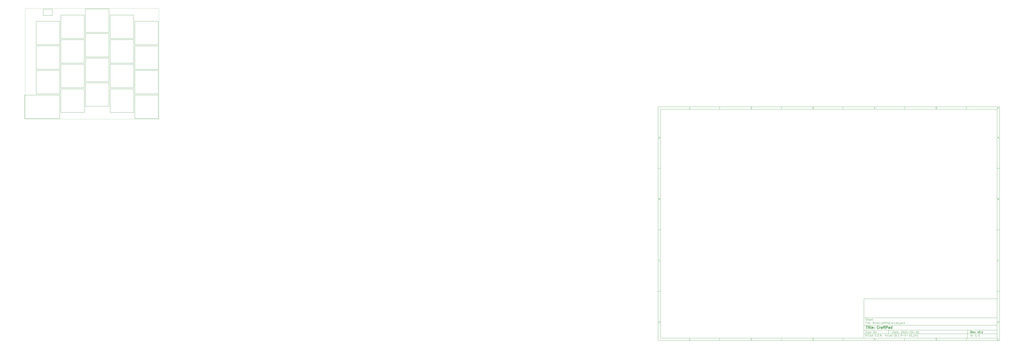
<source format=gbr>
%TF.GenerationSoftware,KiCad,Pcbnew,(5.1.9-0-10_14)*%
%TF.CreationDate,2021-04-02T00:26:10+08:00*%
%TF.ProjectId,MinecraftPad,4d696e65-6372-4616-9674-5061642e6b69,v0.1*%
%TF.SameCoordinates,Original*%
%TF.FileFunction,OtherDrawing,Comment*%
%FSLAX46Y46*%
G04 Gerber Fmt 4.6, Leading zero omitted, Abs format (unit mm)*
G04 Created by KiCad (PCBNEW (5.1.9-0-10_14)) date 2021-04-02 00:26:10*
%MOMM*%
%LPD*%
G01*
G04 APERTURE LIST*
%ADD10C,0.100000*%
%ADD11C,0.150000*%
%ADD12C,0.300000*%
%ADD13C,0.400000*%
%ADD14C,0.120000*%
%ADD15C,0.200000*%
G04 APERTURE END LIST*
D10*
D11*
X177002200Y-166007200D02*
X177002200Y-198007200D01*
X285002200Y-198007200D01*
X285002200Y-166007200D01*
X177002200Y-166007200D01*
D10*
D11*
X10000000Y-10000000D02*
X10000000Y-200007200D01*
X287002200Y-200007200D01*
X287002200Y-10000000D01*
X10000000Y-10000000D01*
D10*
D11*
X12000000Y-12000000D02*
X12000000Y-198007200D01*
X285002200Y-198007200D01*
X285002200Y-12000000D01*
X12000000Y-12000000D01*
D10*
D11*
X60000000Y-12000000D02*
X60000000Y-10000000D01*
D10*
D11*
X110000000Y-12000000D02*
X110000000Y-10000000D01*
D10*
D11*
X160000000Y-12000000D02*
X160000000Y-10000000D01*
D10*
D11*
X210000000Y-12000000D02*
X210000000Y-10000000D01*
D10*
D11*
X260000000Y-12000000D02*
X260000000Y-10000000D01*
D10*
D11*
X36065476Y-11588095D02*
X35322619Y-11588095D01*
X35694047Y-11588095D02*
X35694047Y-10288095D01*
X35570238Y-10473809D01*
X35446428Y-10597619D01*
X35322619Y-10659523D01*
D10*
D11*
X85322619Y-10411904D02*
X85384523Y-10350000D01*
X85508333Y-10288095D01*
X85817857Y-10288095D01*
X85941666Y-10350000D01*
X86003571Y-10411904D01*
X86065476Y-10535714D01*
X86065476Y-10659523D01*
X86003571Y-10845238D01*
X85260714Y-11588095D01*
X86065476Y-11588095D01*
D10*
D11*
X135260714Y-10288095D02*
X136065476Y-10288095D01*
X135632142Y-10783333D01*
X135817857Y-10783333D01*
X135941666Y-10845238D01*
X136003571Y-10907142D01*
X136065476Y-11030952D01*
X136065476Y-11340476D01*
X136003571Y-11464285D01*
X135941666Y-11526190D01*
X135817857Y-11588095D01*
X135446428Y-11588095D01*
X135322619Y-11526190D01*
X135260714Y-11464285D01*
D10*
D11*
X185941666Y-10721428D02*
X185941666Y-11588095D01*
X185632142Y-10226190D02*
X185322619Y-11154761D01*
X186127380Y-11154761D01*
D10*
D11*
X236003571Y-10288095D02*
X235384523Y-10288095D01*
X235322619Y-10907142D01*
X235384523Y-10845238D01*
X235508333Y-10783333D01*
X235817857Y-10783333D01*
X235941666Y-10845238D01*
X236003571Y-10907142D01*
X236065476Y-11030952D01*
X236065476Y-11340476D01*
X236003571Y-11464285D01*
X235941666Y-11526190D01*
X235817857Y-11588095D01*
X235508333Y-11588095D01*
X235384523Y-11526190D01*
X235322619Y-11464285D01*
D10*
D11*
X285941666Y-10288095D02*
X285694047Y-10288095D01*
X285570238Y-10350000D01*
X285508333Y-10411904D01*
X285384523Y-10597619D01*
X285322619Y-10845238D01*
X285322619Y-11340476D01*
X285384523Y-11464285D01*
X285446428Y-11526190D01*
X285570238Y-11588095D01*
X285817857Y-11588095D01*
X285941666Y-11526190D01*
X286003571Y-11464285D01*
X286065476Y-11340476D01*
X286065476Y-11030952D01*
X286003571Y-10907142D01*
X285941666Y-10845238D01*
X285817857Y-10783333D01*
X285570238Y-10783333D01*
X285446428Y-10845238D01*
X285384523Y-10907142D01*
X285322619Y-11030952D01*
D10*
D11*
X60000000Y-198007200D02*
X60000000Y-200007200D01*
D10*
D11*
X110000000Y-198007200D02*
X110000000Y-200007200D01*
D10*
D11*
X160000000Y-198007200D02*
X160000000Y-200007200D01*
D10*
D11*
X210000000Y-198007200D02*
X210000000Y-200007200D01*
D10*
D11*
X260000000Y-198007200D02*
X260000000Y-200007200D01*
D10*
D11*
X36065476Y-199595295D02*
X35322619Y-199595295D01*
X35694047Y-199595295D02*
X35694047Y-198295295D01*
X35570238Y-198481009D01*
X35446428Y-198604819D01*
X35322619Y-198666723D01*
D10*
D11*
X85322619Y-198419104D02*
X85384523Y-198357200D01*
X85508333Y-198295295D01*
X85817857Y-198295295D01*
X85941666Y-198357200D01*
X86003571Y-198419104D01*
X86065476Y-198542914D01*
X86065476Y-198666723D01*
X86003571Y-198852438D01*
X85260714Y-199595295D01*
X86065476Y-199595295D01*
D10*
D11*
X135260714Y-198295295D02*
X136065476Y-198295295D01*
X135632142Y-198790533D01*
X135817857Y-198790533D01*
X135941666Y-198852438D01*
X136003571Y-198914342D01*
X136065476Y-199038152D01*
X136065476Y-199347676D01*
X136003571Y-199471485D01*
X135941666Y-199533390D01*
X135817857Y-199595295D01*
X135446428Y-199595295D01*
X135322619Y-199533390D01*
X135260714Y-199471485D01*
D10*
D11*
X185941666Y-198728628D02*
X185941666Y-199595295D01*
X185632142Y-198233390D02*
X185322619Y-199161961D01*
X186127380Y-199161961D01*
D10*
D11*
X236003571Y-198295295D02*
X235384523Y-198295295D01*
X235322619Y-198914342D01*
X235384523Y-198852438D01*
X235508333Y-198790533D01*
X235817857Y-198790533D01*
X235941666Y-198852438D01*
X236003571Y-198914342D01*
X236065476Y-199038152D01*
X236065476Y-199347676D01*
X236003571Y-199471485D01*
X235941666Y-199533390D01*
X235817857Y-199595295D01*
X235508333Y-199595295D01*
X235384523Y-199533390D01*
X235322619Y-199471485D01*
D10*
D11*
X285941666Y-198295295D02*
X285694047Y-198295295D01*
X285570238Y-198357200D01*
X285508333Y-198419104D01*
X285384523Y-198604819D01*
X285322619Y-198852438D01*
X285322619Y-199347676D01*
X285384523Y-199471485D01*
X285446428Y-199533390D01*
X285570238Y-199595295D01*
X285817857Y-199595295D01*
X285941666Y-199533390D01*
X286003571Y-199471485D01*
X286065476Y-199347676D01*
X286065476Y-199038152D01*
X286003571Y-198914342D01*
X285941666Y-198852438D01*
X285817857Y-198790533D01*
X285570238Y-198790533D01*
X285446428Y-198852438D01*
X285384523Y-198914342D01*
X285322619Y-199038152D01*
D10*
D11*
X10000000Y-60000000D02*
X12000000Y-60000000D01*
D10*
D11*
X10000000Y-110000000D02*
X12000000Y-110000000D01*
D10*
D11*
X10000000Y-160000000D02*
X12000000Y-160000000D01*
D10*
D11*
X10690476Y-35216666D02*
X11309523Y-35216666D01*
X10566666Y-35588095D02*
X11000000Y-34288095D01*
X11433333Y-35588095D01*
D10*
D11*
X11092857Y-84907142D02*
X11278571Y-84969047D01*
X11340476Y-85030952D01*
X11402380Y-85154761D01*
X11402380Y-85340476D01*
X11340476Y-85464285D01*
X11278571Y-85526190D01*
X11154761Y-85588095D01*
X10659523Y-85588095D01*
X10659523Y-84288095D01*
X11092857Y-84288095D01*
X11216666Y-84350000D01*
X11278571Y-84411904D01*
X11340476Y-84535714D01*
X11340476Y-84659523D01*
X11278571Y-84783333D01*
X11216666Y-84845238D01*
X11092857Y-84907142D01*
X10659523Y-84907142D01*
D10*
D11*
X11402380Y-135464285D02*
X11340476Y-135526190D01*
X11154761Y-135588095D01*
X11030952Y-135588095D01*
X10845238Y-135526190D01*
X10721428Y-135402380D01*
X10659523Y-135278571D01*
X10597619Y-135030952D01*
X10597619Y-134845238D01*
X10659523Y-134597619D01*
X10721428Y-134473809D01*
X10845238Y-134350000D01*
X11030952Y-134288095D01*
X11154761Y-134288095D01*
X11340476Y-134350000D01*
X11402380Y-134411904D01*
D10*
D11*
X10659523Y-185588095D02*
X10659523Y-184288095D01*
X10969047Y-184288095D01*
X11154761Y-184350000D01*
X11278571Y-184473809D01*
X11340476Y-184597619D01*
X11402380Y-184845238D01*
X11402380Y-185030952D01*
X11340476Y-185278571D01*
X11278571Y-185402380D01*
X11154761Y-185526190D01*
X10969047Y-185588095D01*
X10659523Y-185588095D01*
D10*
D11*
X287002200Y-60000000D02*
X285002200Y-60000000D01*
D10*
D11*
X287002200Y-110000000D02*
X285002200Y-110000000D01*
D10*
D11*
X287002200Y-160000000D02*
X285002200Y-160000000D01*
D10*
D11*
X285692676Y-35216666D02*
X286311723Y-35216666D01*
X285568866Y-35588095D02*
X286002200Y-34288095D01*
X286435533Y-35588095D01*
D10*
D11*
X286095057Y-84907142D02*
X286280771Y-84969047D01*
X286342676Y-85030952D01*
X286404580Y-85154761D01*
X286404580Y-85340476D01*
X286342676Y-85464285D01*
X286280771Y-85526190D01*
X286156961Y-85588095D01*
X285661723Y-85588095D01*
X285661723Y-84288095D01*
X286095057Y-84288095D01*
X286218866Y-84350000D01*
X286280771Y-84411904D01*
X286342676Y-84535714D01*
X286342676Y-84659523D01*
X286280771Y-84783333D01*
X286218866Y-84845238D01*
X286095057Y-84907142D01*
X285661723Y-84907142D01*
D10*
D11*
X286404580Y-135464285D02*
X286342676Y-135526190D01*
X286156961Y-135588095D01*
X286033152Y-135588095D01*
X285847438Y-135526190D01*
X285723628Y-135402380D01*
X285661723Y-135278571D01*
X285599819Y-135030952D01*
X285599819Y-134845238D01*
X285661723Y-134597619D01*
X285723628Y-134473809D01*
X285847438Y-134350000D01*
X286033152Y-134288095D01*
X286156961Y-134288095D01*
X286342676Y-134350000D01*
X286404580Y-134411904D01*
D10*
D11*
X285661723Y-185588095D02*
X285661723Y-184288095D01*
X285971247Y-184288095D01*
X286156961Y-184350000D01*
X286280771Y-184473809D01*
X286342676Y-184597619D01*
X286404580Y-184845238D01*
X286404580Y-185030952D01*
X286342676Y-185278571D01*
X286280771Y-185402380D01*
X286156961Y-185526190D01*
X285971247Y-185588095D01*
X285661723Y-185588095D01*
D10*
D11*
X200434342Y-193785771D02*
X200434342Y-192285771D01*
X200791485Y-192285771D01*
X201005771Y-192357200D01*
X201148628Y-192500057D01*
X201220057Y-192642914D01*
X201291485Y-192928628D01*
X201291485Y-193142914D01*
X201220057Y-193428628D01*
X201148628Y-193571485D01*
X201005771Y-193714342D01*
X200791485Y-193785771D01*
X200434342Y-193785771D01*
X202577200Y-193785771D02*
X202577200Y-193000057D01*
X202505771Y-192857200D01*
X202362914Y-192785771D01*
X202077200Y-192785771D01*
X201934342Y-192857200D01*
X202577200Y-193714342D02*
X202434342Y-193785771D01*
X202077200Y-193785771D01*
X201934342Y-193714342D01*
X201862914Y-193571485D01*
X201862914Y-193428628D01*
X201934342Y-193285771D01*
X202077200Y-193214342D01*
X202434342Y-193214342D01*
X202577200Y-193142914D01*
X203077200Y-192785771D02*
X203648628Y-192785771D01*
X203291485Y-192285771D02*
X203291485Y-193571485D01*
X203362914Y-193714342D01*
X203505771Y-193785771D01*
X203648628Y-193785771D01*
X204720057Y-193714342D02*
X204577200Y-193785771D01*
X204291485Y-193785771D01*
X204148628Y-193714342D01*
X204077200Y-193571485D01*
X204077200Y-193000057D01*
X204148628Y-192857200D01*
X204291485Y-192785771D01*
X204577200Y-192785771D01*
X204720057Y-192857200D01*
X204791485Y-193000057D01*
X204791485Y-193142914D01*
X204077200Y-193285771D01*
X205434342Y-193642914D02*
X205505771Y-193714342D01*
X205434342Y-193785771D01*
X205362914Y-193714342D01*
X205434342Y-193642914D01*
X205434342Y-193785771D01*
X205434342Y-192857200D02*
X205505771Y-192928628D01*
X205434342Y-193000057D01*
X205362914Y-192928628D01*
X205434342Y-192857200D01*
X205434342Y-193000057D01*
X207220057Y-192428628D02*
X207291485Y-192357200D01*
X207434342Y-192285771D01*
X207791485Y-192285771D01*
X207934342Y-192357200D01*
X208005771Y-192428628D01*
X208077200Y-192571485D01*
X208077200Y-192714342D01*
X208005771Y-192928628D01*
X207148628Y-193785771D01*
X208077200Y-193785771D01*
X209005771Y-192285771D02*
X209148628Y-192285771D01*
X209291485Y-192357200D01*
X209362914Y-192428628D01*
X209434342Y-192571485D01*
X209505771Y-192857200D01*
X209505771Y-193214342D01*
X209434342Y-193500057D01*
X209362914Y-193642914D01*
X209291485Y-193714342D01*
X209148628Y-193785771D01*
X209005771Y-193785771D01*
X208862914Y-193714342D01*
X208791485Y-193642914D01*
X208720057Y-193500057D01*
X208648628Y-193214342D01*
X208648628Y-192857200D01*
X208720057Y-192571485D01*
X208791485Y-192428628D01*
X208862914Y-192357200D01*
X209005771Y-192285771D01*
X210077200Y-192428628D02*
X210148628Y-192357200D01*
X210291485Y-192285771D01*
X210648628Y-192285771D01*
X210791485Y-192357200D01*
X210862914Y-192428628D01*
X210934342Y-192571485D01*
X210934342Y-192714342D01*
X210862914Y-192928628D01*
X210005771Y-193785771D01*
X210934342Y-193785771D01*
X212362914Y-193785771D02*
X211505771Y-193785771D01*
X211934342Y-193785771D02*
X211934342Y-192285771D01*
X211791485Y-192500057D01*
X211648628Y-192642914D01*
X211505771Y-192714342D01*
X213005771Y-193214342D02*
X214148628Y-193214342D01*
X215148628Y-192285771D02*
X215291485Y-192285771D01*
X215434342Y-192357200D01*
X215505771Y-192428628D01*
X215577200Y-192571485D01*
X215648628Y-192857200D01*
X215648628Y-193214342D01*
X215577200Y-193500057D01*
X215505771Y-193642914D01*
X215434342Y-193714342D01*
X215291485Y-193785771D01*
X215148628Y-193785771D01*
X215005771Y-193714342D01*
X214934342Y-193642914D01*
X214862914Y-193500057D01*
X214791485Y-193214342D01*
X214791485Y-192857200D01*
X214862914Y-192571485D01*
X214934342Y-192428628D01*
X215005771Y-192357200D01*
X215148628Y-192285771D01*
X216934342Y-192785771D02*
X216934342Y-193785771D01*
X216577200Y-192214342D02*
X216220057Y-193285771D01*
X217148628Y-193285771D01*
X217720057Y-193214342D02*
X218862914Y-193214342D01*
X219862914Y-192285771D02*
X220005771Y-192285771D01*
X220148628Y-192357200D01*
X220220057Y-192428628D01*
X220291485Y-192571485D01*
X220362914Y-192857200D01*
X220362914Y-193214342D01*
X220291485Y-193500057D01*
X220220057Y-193642914D01*
X220148628Y-193714342D01*
X220005771Y-193785771D01*
X219862914Y-193785771D01*
X219720057Y-193714342D01*
X219648628Y-193642914D01*
X219577200Y-193500057D01*
X219505771Y-193214342D01*
X219505771Y-192857200D01*
X219577200Y-192571485D01*
X219648628Y-192428628D01*
X219720057Y-192357200D01*
X219862914Y-192285771D01*
X221791485Y-193785771D02*
X220934342Y-193785771D01*
X221362914Y-193785771D02*
X221362914Y-192285771D01*
X221220057Y-192500057D01*
X221077200Y-192642914D01*
X220934342Y-192714342D01*
D10*
D11*
X177002200Y-194507200D02*
X285002200Y-194507200D01*
D10*
D11*
X178434342Y-196585771D02*
X178434342Y-195085771D01*
X179291485Y-196585771D02*
X178648628Y-195728628D01*
X179291485Y-195085771D02*
X178434342Y-195942914D01*
X179934342Y-196585771D02*
X179934342Y-195585771D01*
X179934342Y-195085771D02*
X179862914Y-195157200D01*
X179934342Y-195228628D01*
X180005771Y-195157200D01*
X179934342Y-195085771D01*
X179934342Y-195228628D01*
X181505771Y-196442914D02*
X181434342Y-196514342D01*
X181220057Y-196585771D01*
X181077200Y-196585771D01*
X180862914Y-196514342D01*
X180720057Y-196371485D01*
X180648628Y-196228628D01*
X180577200Y-195942914D01*
X180577200Y-195728628D01*
X180648628Y-195442914D01*
X180720057Y-195300057D01*
X180862914Y-195157200D01*
X181077200Y-195085771D01*
X181220057Y-195085771D01*
X181434342Y-195157200D01*
X181505771Y-195228628D01*
X182791485Y-196585771D02*
X182791485Y-195800057D01*
X182720057Y-195657200D01*
X182577200Y-195585771D01*
X182291485Y-195585771D01*
X182148628Y-195657200D01*
X182791485Y-196514342D02*
X182648628Y-196585771D01*
X182291485Y-196585771D01*
X182148628Y-196514342D01*
X182077200Y-196371485D01*
X182077200Y-196228628D01*
X182148628Y-196085771D01*
X182291485Y-196014342D01*
X182648628Y-196014342D01*
X182791485Y-195942914D01*
X184148628Y-196585771D02*
X184148628Y-195085771D01*
X184148628Y-196514342D02*
X184005771Y-196585771D01*
X183720057Y-196585771D01*
X183577200Y-196514342D01*
X183505771Y-196442914D01*
X183434342Y-196300057D01*
X183434342Y-195871485D01*
X183505771Y-195728628D01*
X183577200Y-195657200D01*
X183720057Y-195585771D01*
X184005771Y-195585771D01*
X184148628Y-195657200D01*
X186005771Y-195800057D02*
X186505771Y-195800057D01*
X186720057Y-196585771D02*
X186005771Y-196585771D01*
X186005771Y-195085771D01*
X186720057Y-195085771D01*
X187362914Y-196442914D02*
X187434342Y-196514342D01*
X187362914Y-196585771D01*
X187291485Y-196514342D01*
X187362914Y-196442914D01*
X187362914Y-196585771D01*
X188077200Y-196585771D02*
X188077200Y-195085771D01*
X188434342Y-195085771D01*
X188648628Y-195157200D01*
X188791485Y-195300057D01*
X188862914Y-195442914D01*
X188934342Y-195728628D01*
X188934342Y-195942914D01*
X188862914Y-196228628D01*
X188791485Y-196371485D01*
X188648628Y-196514342D01*
X188434342Y-196585771D01*
X188077200Y-196585771D01*
X189577200Y-196442914D02*
X189648628Y-196514342D01*
X189577200Y-196585771D01*
X189505771Y-196514342D01*
X189577200Y-196442914D01*
X189577200Y-196585771D01*
X190220057Y-196157200D02*
X190934342Y-196157200D01*
X190077200Y-196585771D02*
X190577200Y-195085771D01*
X191077200Y-196585771D01*
X191577200Y-196442914D02*
X191648628Y-196514342D01*
X191577200Y-196585771D01*
X191505771Y-196514342D01*
X191577200Y-196442914D01*
X191577200Y-196585771D01*
X194577200Y-196585771D02*
X194577200Y-195085771D01*
X194720057Y-196014342D02*
X195148628Y-196585771D01*
X195148628Y-195585771D02*
X194577200Y-196157200D01*
X195791485Y-196585771D02*
X195791485Y-195585771D01*
X195791485Y-195085771D02*
X195720057Y-195157200D01*
X195791485Y-195228628D01*
X195862914Y-195157200D01*
X195791485Y-195085771D01*
X195791485Y-195228628D01*
X197148628Y-196514342D02*
X197005771Y-196585771D01*
X196720057Y-196585771D01*
X196577200Y-196514342D01*
X196505771Y-196442914D01*
X196434342Y-196300057D01*
X196434342Y-195871485D01*
X196505771Y-195728628D01*
X196577200Y-195657200D01*
X196720057Y-195585771D01*
X197005771Y-195585771D01*
X197148628Y-195657200D01*
X198434342Y-196585771D02*
X198434342Y-195800057D01*
X198362914Y-195657200D01*
X198220057Y-195585771D01*
X197934342Y-195585771D01*
X197791485Y-195657200D01*
X198434342Y-196514342D02*
X198291485Y-196585771D01*
X197934342Y-196585771D01*
X197791485Y-196514342D01*
X197720057Y-196371485D01*
X197720057Y-196228628D01*
X197791485Y-196085771D01*
X197934342Y-196014342D01*
X198291485Y-196014342D01*
X198434342Y-195942914D01*
X199791485Y-196585771D02*
X199791485Y-195085771D01*
X199791485Y-196514342D02*
X199648628Y-196585771D01*
X199362914Y-196585771D01*
X199220057Y-196514342D01*
X199148628Y-196442914D01*
X199077200Y-196300057D01*
X199077200Y-195871485D01*
X199148628Y-195728628D01*
X199220057Y-195657200D01*
X199362914Y-195585771D01*
X199648628Y-195585771D01*
X199791485Y-195657200D01*
X202077200Y-197157200D02*
X202005771Y-197085771D01*
X201862914Y-196871485D01*
X201791485Y-196728628D01*
X201720057Y-196514342D01*
X201648628Y-196157200D01*
X201648628Y-195871485D01*
X201720057Y-195514342D01*
X201791485Y-195300057D01*
X201862914Y-195157200D01*
X202005771Y-194942914D01*
X202077200Y-194871485D01*
X203362914Y-195085771D02*
X202648628Y-195085771D01*
X202577200Y-195800057D01*
X202648628Y-195728628D01*
X202791485Y-195657200D01*
X203148628Y-195657200D01*
X203291485Y-195728628D01*
X203362914Y-195800057D01*
X203434342Y-195942914D01*
X203434342Y-196300057D01*
X203362914Y-196442914D01*
X203291485Y-196514342D01*
X203148628Y-196585771D01*
X202791485Y-196585771D01*
X202648628Y-196514342D01*
X202577200Y-196442914D01*
X204077200Y-196442914D02*
X204148628Y-196514342D01*
X204077200Y-196585771D01*
X204005771Y-196514342D01*
X204077200Y-196442914D01*
X204077200Y-196585771D01*
X205577200Y-196585771D02*
X204720057Y-196585771D01*
X205148628Y-196585771D02*
X205148628Y-195085771D01*
X205005771Y-195300057D01*
X204862914Y-195442914D01*
X204720057Y-195514342D01*
X206220057Y-196442914D02*
X206291485Y-196514342D01*
X206220057Y-196585771D01*
X206148628Y-196514342D01*
X206220057Y-196442914D01*
X206220057Y-196585771D01*
X207005771Y-196585771D02*
X207291485Y-196585771D01*
X207434342Y-196514342D01*
X207505771Y-196442914D01*
X207648628Y-196228628D01*
X207720057Y-195942914D01*
X207720057Y-195371485D01*
X207648628Y-195228628D01*
X207577200Y-195157200D01*
X207434342Y-195085771D01*
X207148628Y-195085771D01*
X207005771Y-195157200D01*
X206934342Y-195228628D01*
X206862914Y-195371485D01*
X206862914Y-195728628D01*
X206934342Y-195871485D01*
X207005771Y-195942914D01*
X207148628Y-196014342D01*
X207434342Y-196014342D01*
X207577200Y-195942914D01*
X207648628Y-195871485D01*
X207720057Y-195728628D01*
X208362914Y-196014342D02*
X209505771Y-196014342D01*
X210505771Y-195085771D02*
X210648628Y-195085771D01*
X210791485Y-195157200D01*
X210862914Y-195228628D01*
X210934342Y-195371485D01*
X211005771Y-195657200D01*
X211005771Y-196014342D01*
X210934342Y-196300057D01*
X210862914Y-196442914D01*
X210791485Y-196514342D01*
X210648628Y-196585771D01*
X210505771Y-196585771D01*
X210362914Y-196514342D01*
X210291485Y-196442914D01*
X210220057Y-196300057D01*
X210148628Y-196014342D01*
X210148628Y-195657200D01*
X210220057Y-195371485D01*
X210291485Y-195228628D01*
X210362914Y-195157200D01*
X210505771Y-195085771D01*
X211648628Y-196014342D02*
X212791485Y-196014342D01*
X214291485Y-196585771D02*
X213434342Y-196585771D01*
X213862914Y-196585771D02*
X213862914Y-195085771D01*
X213720057Y-195300057D01*
X213577200Y-195442914D01*
X213434342Y-195514342D01*
X215220057Y-195085771D02*
X215362914Y-195085771D01*
X215505771Y-195157200D01*
X215577200Y-195228628D01*
X215648628Y-195371485D01*
X215720057Y-195657200D01*
X215720057Y-196014342D01*
X215648628Y-196300057D01*
X215577200Y-196442914D01*
X215505771Y-196514342D01*
X215362914Y-196585771D01*
X215220057Y-196585771D01*
X215077200Y-196514342D01*
X215005771Y-196442914D01*
X214934342Y-196300057D01*
X214862914Y-196014342D01*
X214862914Y-195657200D01*
X214934342Y-195371485D01*
X215005771Y-195228628D01*
X215077200Y-195157200D01*
X215220057Y-195085771D01*
X216005771Y-196728628D02*
X217148628Y-196728628D01*
X218291485Y-196585771D02*
X217434342Y-196585771D01*
X217862914Y-196585771D02*
X217862914Y-195085771D01*
X217720057Y-195300057D01*
X217577200Y-195442914D01*
X217434342Y-195514342D01*
X219577200Y-195585771D02*
X219577200Y-196585771D01*
X219220057Y-195014342D02*
X218862914Y-196085771D01*
X219791485Y-196085771D01*
X220220057Y-197157200D02*
X220291485Y-197085771D01*
X220434342Y-196871485D01*
X220505771Y-196728628D01*
X220577200Y-196514342D01*
X220648628Y-196157200D01*
X220648628Y-195871485D01*
X220577200Y-195514342D01*
X220505771Y-195300057D01*
X220434342Y-195157200D01*
X220291485Y-194942914D01*
X220220057Y-194871485D01*
D10*
D11*
X177002200Y-191507200D02*
X285002200Y-191507200D01*
D10*
D12*
X264411485Y-193785771D02*
X263911485Y-193071485D01*
X263554342Y-193785771D02*
X263554342Y-192285771D01*
X264125771Y-192285771D01*
X264268628Y-192357200D01*
X264340057Y-192428628D01*
X264411485Y-192571485D01*
X264411485Y-192785771D01*
X264340057Y-192928628D01*
X264268628Y-193000057D01*
X264125771Y-193071485D01*
X263554342Y-193071485D01*
X265625771Y-193714342D02*
X265482914Y-193785771D01*
X265197200Y-193785771D01*
X265054342Y-193714342D01*
X264982914Y-193571485D01*
X264982914Y-193000057D01*
X265054342Y-192857200D01*
X265197200Y-192785771D01*
X265482914Y-192785771D01*
X265625771Y-192857200D01*
X265697200Y-193000057D01*
X265697200Y-193142914D01*
X264982914Y-193285771D01*
X266197200Y-192785771D02*
X266554342Y-193785771D01*
X266911485Y-192785771D01*
X267482914Y-193642914D02*
X267554342Y-193714342D01*
X267482914Y-193785771D01*
X267411485Y-193714342D01*
X267482914Y-193642914D01*
X267482914Y-193785771D01*
X267482914Y-192857200D02*
X267554342Y-192928628D01*
X267482914Y-193000057D01*
X267411485Y-192928628D01*
X267482914Y-192857200D01*
X267482914Y-193000057D01*
X269197200Y-192785771D02*
X269554342Y-193785771D01*
X269911485Y-192785771D01*
X270768628Y-192285771D02*
X270911485Y-192285771D01*
X271054342Y-192357200D01*
X271125771Y-192428628D01*
X271197200Y-192571485D01*
X271268628Y-192857200D01*
X271268628Y-193214342D01*
X271197200Y-193500057D01*
X271125771Y-193642914D01*
X271054342Y-193714342D01*
X270911485Y-193785771D01*
X270768628Y-193785771D01*
X270625771Y-193714342D01*
X270554342Y-193642914D01*
X270482914Y-193500057D01*
X270411485Y-193214342D01*
X270411485Y-192857200D01*
X270482914Y-192571485D01*
X270554342Y-192428628D01*
X270625771Y-192357200D01*
X270768628Y-192285771D01*
X271911485Y-193642914D02*
X271982914Y-193714342D01*
X271911485Y-193785771D01*
X271840057Y-193714342D01*
X271911485Y-193642914D01*
X271911485Y-193785771D01*
X273411485Y-193785771D02*
X272554342Y-193785771D01*
X272982914Y-193785771D02*
X272982914Y-192285771D01*
X272840057Y-192500057D01*
X272697200Y-192642914D01*
X272554342Y-192714342D01*
D10*
D11*
X178362914Y-193714342D02*
X178577200Y-193785771D01*
X178934342Y-193785771D01*
X179077200Y-193714342D01*
X179148628Y-193642914D01*
X179220057Y-193500057D01*
X179220057Y-193357200D01*
X179148628Y-193214342D01*
X179077200Y-193142914D01*
X178934342Y-193071485D01*
X178648628Y-193000057D01*
X178505771Y-192928628D01*
X178434342Y-192857200D01*
X178362914Y-192714342D01*
X178362914Y-192571485D01*
X178434342Y-192428628D01*
X178505771Y-192357200D01*
X178648628Y-192285771D01*
X179005771Y-192285771D01*
X179220057Y-192357200D01*
X179862914Y-193785771D02*
X179862914Y-192785771D01*
X179862914Y-192285771D02*
X179791485Y-192357200D01*
X179862914Y-192428628D01*
X179934342Y-192357200D01*
X179862914Y-192285771D01*
X179862914Y-192428628D01*
X180434342Y-192785771D02*
X181220057Y-192785771D01*
X180434342Y-193785771D01*
X181220057Y-193785771D01*
X182362914Y-193714342D02*
X182220057Y-193785771D01*
X181934342Y-193785771D01*
X181791485Y-193714342D01*
X181720057Y-193571485D01*
X181720057Y-193000057D01*
X181791485Y-192857200D01*
X181934342Y-192785771D01*
X182220057Y-192785771D01*
X182362914Y-192857200D01*
X182434342Y-193000057D01*
X182434342Y-193142914D01*
X181720057Y-193285771D01*
X183077200Y-193642914D02*
X183148628Y-193714342D01*
X183077200Y-193785771D01*
X183005771Y-193714342D01*
X183077200Y-193642914D01*
X183077200Y-193785771D01*
X183077200Y-192857200D02*
X183148628Y-192928628D01*
X183077200Y-193000057D01*
X183005771Y-192928628D01*
X183077200Y-192857200D01*
X183077200Y-193000057D01*
X184862914Y-193357200D02*
X185577200Y-193357200D01*
X184720057Y-193785771D02*
X185220057Y-192285771D01*
X185720057Y-193785771D01*
X186862914Y-192785771D02*
X186862914Y-193785771D01*
X186505771Y-192214342D02*
X186148628Y-193285771D01*
X187077200Y-193285771D01*
D10*
D11*
X263434342Y-196585771D02*
X263434342Y-195085771D01*
X264791485Y-196585771D02*
X264791485Y-195085771D01*
X264791485Y-196514342D02*
X264648628Y-196585771D01*
X264362914Y-196585771D01*
X264220057Y-196514342D01*
X264148628Y-196442914D01*
X264077200Y-196300057D01*
X264077200Y-195871485D01*
X264148628Y-195728628D01*
X264220057Y-195657200D01*
X264362914Y-195585771D01*
X264648628Y-195585771D01*
X264791485Y-195657200D01*
X265505771Y-196442914D02*
X265577200Y-196514342D01*
X265505771Y-196585771D01*
X265434342Y-196514342D01*
X265505771Y-196442914D01*
X265505771Y-196585771D01*
X265505771Y-195657200D02*
X265577200Y-195728628D01*
X265505771Y-195800057D01*
X265434342Y-195728628D01*
X265505771Y-195657200D01*
X265505771Y-195800057D01*
X268148628Y-196585771D02*
X267291485Y-196585771D01*
X267720057Y-196585771D02*
X267720057Y-195085771D01*
X267577200Y-195300057D01*
X267434342Y-195442914D01*
X267291485Y-195514342D01*
X269862914Y-195014342D02*
X268577200Y-196942914D01*
X271148628Y-196585771D02*
X270291485Y-196585771D01*
X270720057Y-196585771D02*
X270720057Y-195085771D01*
X270577200Y-195300057D01*
X270434342Y-195442914D01*
X270291485Y-195514342D01*
D10*
D11*
X177002200Y-187507200D02*
X285002200Y-187507200D01*
D10*
D13*
X178714580Y-188211961D02*
X179857438Y-188211961D01*
X179036009Y-190211961D02*
X179286009Y-188211961D01*
X180274104Y-190211961D02*
X180440771Y-188878628D01*
X180524104Y-188211961D02*
X180416961Y-188307200D01*
X180500295Y-188402438D01*
X180607438Y-188307200D01*
X180524104Y-188211961D01*
X180500295Y-188402438D01*
X181107438Y-188878628D02*
X181869342Y-188878628D01*
X181476485Y-188211961D02*
X181262200Y-189926247D01*
X181333628Y-190116723D01*
X181512200Y-190211961D01*
X181702676Y-190211961D01*
X182655057Y-190211961D02*
X182476485Y-190116723D01*
X182405057Y-189926247D01*
X182619342Y-188211961D01*
X184190771Y-190116723D02*
X183988390Y-190211961D01*
X183607438Y-190211961D01*
X183428866Y-190116723D01*
X183357438Y-189926247D01*
X183452676Y-189164342D01*
X183571723Y-188973866D01*
X183774104Y-188878628D01*
X184155057Y-188878628D01*
X184333628Y-188973866D01*
X184405057Y-189164342D01*
X184381247Y-189354819D01*
X183405057Y-189545295D01*
X185155057Y-190021485D02*
X185238390Y-190116723D01*
X185131247Y-190211961D01*
X185047914Y-190116723D01*
X185155057Y-190021485D01*
X185131247Y-190211961D01*
X185286009Y-188973866D02*
X185369342Y-189069104D01*
X185262200Y-189164342D01*
X185178866Y-189069104D01*
X185286009Y-188973866D01*
X185262200Y-189164342D01*
X188774104Y-190021485D02*
X188666961Y-190116723D01*
X188369342Y-190211961D01*
X188178866Y-190211961D01*
X187905057Y-190116723D01*
X187738390Y-189926247D01*
X187666961Y-189735771D01*
X187619342Y-189354819D01*
X187655057Y-189069104D01*
X187797914Y-188688152D01*
X187916961Y-188497676D01*
X188131247Y-188307200D01*
X188428866Y-188211961D01*
X188619342Y-188211961D01*
X188893152Y-188307200D01*
X188976485Y-188402438D01*
X189607438Y-190211961D02*
X189774104Y-188878628D01*
X189726485Y-189259580D02*
X189845533Y-189069104D01*
X189952676Y-188973866D01*
X190155057Y-188878628D01*
X190345533Y-188878628D01*
X191702676Y-190211961D02*
X191833628Y-189164342D01*
X191762200Y-188973866D01*
X191583628Y-188878628D01*
X191202676Y-188878628D01*
X191000295Y-188973866D01*
X191714580Y-190116723D02*
X191512200Y-190211961D01*
X191036009Y-190211961D01*
X190857438Y-190116723D01*
X190786009Y-189926247D01*
X190809819Y-189735771D01*
X190928866Y-189545295D01*
X191131247Y-189450057D01*
X191607438Y-189450057D01*
X191809819Y-189354819D01*
X192536009Y-188878628D02*
X193297914Y-188878628D01*
X192655057Y-190211961D02*
X192869342Y-188497676D01*
X192988390Y-188307200D01*
X193190771Y-188211961D01*
X193381247Y-188211961D01*
X193678866Y-188878628D02*
X194440771Y-188878628D01*
X194047914Y-188211961D02*
X193833628Y-189926247D01*
X193905057Y-190116723D01*
X194083628Y-190211961D01*
X194274104Y-190211961D01*
X194940771Y-190211961D02*
X195190771Y-188211961D01*
X195952676Y-188211961D01*
X196131247Y-188307200D01*
X196214580Y-188402438D01*
X196286009Y-188592914D01*
X196250295Y-188878628D01*
X196131247Y-189069104D01*
X196024104Y-189164342D01*
X195821723Y-189259580D01*
X195059819Y-189259580D01*
X197797914Y-190211961D02*
X197928866Y-189164342D01*
X197857438Y-188973866D01*
X197678866Y-188878628D01*
X197297914Y-188878628D01*
X197095533Y-188973866D01*
X197809819Y-190116723D02*
X197607438Y-190211961D01*
X197131247Y-190211961D01*
X196952676Y-190116723D01*
X196881247Y-189926247D01*
X196905057Y-189735771D01*
X197024104Y-189545295D01*
X197226485Y-189450057D01*
X197702676Y-189450057D01*
X197905057Y-189354819D01*
X199607438Y-190211961D02*
X199857438Y-188211961D01*
X199619342Y-190116723D02*
X199416961Y-190211961D01*
X199036009Y-190211961D01*
X198857438Y-190116723D01*
X198774104Y-190021485D01*
X198702676Y-189831009D01*
X198774104Y-189259580D01*
X198893152Y-189069104D01*
X199000295Y-188973866D01*
X199202676Y-188878628D01*
X199583628Y-188878628D01*
X199762200Y-188973866D01*
D10*
D11*
X178934342Y-185600057D02*
X178434342Y-185600057D01*
X178434342Y-186385771D02*
X178434342Y-184885771D01*
X179148628Y-184885771D01*
X179720057Y-186385771D02*
X179720057Y-185385771D01*
X179720057Y-184885771D02*
X179648628Y-184957200D01*
X179720057Y-185028628D01*
X179791485Y-184957200D01*
X179720057Y-184885771D01*
X179720057Y-185028628D01*
X180648628Y-186385771D02*
X180505771Y-186314342D01*
X180434342Y-186171485D01*
X180434342Y-184885771D01*
X181791485Y-186314342D02*
X181648628Y-186385771D01*
X181362914Y-186385771D01*
X181220057Y-186314342D01*
X181148628Y-186171485D01*
X181148628Y-185600057D01*
X181220057Y-185457200D01*
X181362914Y-185385771D01*
X181648628Y-185385771D01*
X181791485Y-185457200D01*
X181862914Y-185600057D01*
X181862914Y-185742914D01*
X181148628Y-185885771D01*
X182505771Y-186242914D02*
X182577200Y-186314342D01*
X182505771Y-186385771D01*
X182434342Y-186314342D01*
X182505771Y-186242914D01*
X182505771Y-186385771D01*
X182505771Y-185457200D02*
X182577200Y-185528628D01*
X182505771Y-185600057D01*
X182434342Y-185528628D01*
X182505771Y-185457200D01*
X182505771Y-185600057D01*
X184362914Y-186385771D02*
X184362914Y-184885771D01*
X184862914Y-185957200D01*
X185362914Y-184885771D01*
X185362914Y-186385771D01*
X186077200Y-186385771D02*
X186077200Y-185385771D01*
X186077200Y-184885771D02*
X186005771Y-184957200D01*
X186077200Y-185028628D01*
X186148628Y-184957200D01*
X186077200Y-184885771D01*
X186077200Y-185028628D01*
X186791485Y-185385771D02*
X186791485Y-186385771D01*
X186791485Y-185528628D02*
X186862914Y-185457200D01*
X187005771Y-185385771D01*
X187220057Y-185385771D01*
X187362914Y-185457200D01*
X187434342Y-185600057D01*
X187434342Y-186385771D01*
X188720057Y-186314342D02*
X188577200Y-186385771D01*
X188291485Y-186385771D01*
X188148628Y-186314342D01*
X188077200Y-186171485D01*
X188077200Y-185600057D01*
X188148628Y-185457200D01*
X188291485Y-185385771D01*
X188577200Y-185385771D01*
X188720057Y-185457200D01*
X188791485Y-185600057D01*
X188791485Y-185742914D01*
X188077200Y-185885771D01*
X190077200Y-186314342D02*
X189934342Y-186385771D01*
X189648628Y-186385771D01*
X189505771Y-186314342D01*
X189434342Y-186242914D01*
X189362914Y-186100057D01*
X189362914Y-185671485D01*
X189434342Y-185528628D01*
X189505771Y-185457200D01*
X189648628Y-185385771D01*
X189934342Y-185385771D01*
X190077200Y-185457200D01*
X190720057Y-186385771D02*
X190720057Y-185385771D01*
X190720057Y-185671485D02*
X190791485Y-185528628D01*
X190862914Y-185457200D01*
X191005771Y-185385771D01*
X191148628Y-185385771D01*
X192291485Y-186385771D02*
X192291485Y-185600057D01*
X192220057Y-185457200D01*
X192077200Y-185385771D01*
X191791485Y-185385771D01*
X191648628Y-185457200D01*
X192291485Y-186314342D02*
X192148628Y-186385771D01*
X191791485Y-186385771D01*
X191648628Y-186314342D01*
X191577200Y-186171485D01*
X191577200Y-186028628D01*
X191648628Y-185885771D01*
X191791485Y-185814342D01*
X192148628Y-185814342D01*
X192291485Y-185742914D01*
X192791485Y-185385771D02*
X193362914Y-185385771D01*
X193005771Y-186385771D02*
X193005771Y-185100057D01*
X193077200Y-184957200D01*
X193220057Y-184885771D01*
X193362914Y-184885771D01*
X193648628Y-185385771D02*
X194220057Y-185385771D01*
X193862914Y-184885771D02*
X193862914Y-186171485D01*
X193934342Y-186314342D01*
X194077200Y-186385771D01*
X194220057Y-186385771D01*
X194720057Y-186385771D02*
X194720057Y-184885771D01*
X195291485Y-184885771D01*
X195434342Y-184957200D01*
X195505771Y-185028628D01*
X195577200Y-185171485D01*
X195577200Y-185385771D01*
X195505771Y-185528628D01*
X195434342Y-185600057D01*
X195291485Y-185671485D01*
X194720057Y-185671485D01*
X196862914Y-186385771D02*
X196862914Y-185600057D01*
X196791485Y-185457200D01*
X196648628Y-185385771D01*
X196362914Y-185385771D01*
X196220057Y-185457200D01*
X196862914Y-186314342D02*
X196720057Y-186385771D01*
X196362914Y-186385771D01*
X196220057Y-186314342D01*
X196148628Y-186171485D01*
X196148628Y-186028628D01*
X196220057Y-185885771D01*
X196362914Y-185814342D01*
X196720057Y-185814342D01*
X196862914Y-185742914D01*
X198220057Y-186385771D02*
X198220057Y-184885771D01*
X198220057Y-186314342D02*
X198077200Y-186385771D01*
X197791485Y-186385771D01*
X197648628Y-186314342D01*
X197577200Y-186242914D01*
X197505771Y-186100057D01*
X197505771Y-185671485D01*
X197577200Y-185528628D01*
X197648628Y-185457200D01*
X197791485Y-185385771D01*
X198077200Y-185385771D01*
X198220057Y-185457200D01*
X198934342Y-186242914D02*
X199005771Y-186314342D01*
X198934342Y-186385771D01*
X198862914Y-186314342D01*
X198934342Y-186242914D01*
X198934342Y-186385771D01*
X199648628Y-186385771D02*
X199648628Y-184885771D01*
X199791485Y-185814342D02*
X200220057Y-186385771D01*
X200220057Y-185385771D02*
X199648628Y-185957200D01*
X200862914Y-186385771D02*
X200862914Y-185385771D01*
X200862914Y-184885771D02*
X200791485Y-184957200D01*
X200862914Y-185028628D01*
X200934342Y-184957200D01*
X200862914Y-184885771D01*
X200862914Y-185028628D01*
X202220057Y-186314342D02*
X202077200Y-186385771D01*
X201791485Y-186385771D01*
X201648628Y-186314342D01*
X201577200Y-186242914D01*
X201505771Y-186100057D01*
X201505771Y-185671485D01*
X201577200Y-185528628D01*
X201648628Y-185457200D01*
X201791485Y-185385771D01*
X202077200Y-185385771D01*
X202220057Y-185457200D01*
X203505771Y-186385771D02*
X203505771Y-185600057D01*
X203434342Y-185457200D01*
X203291485Y-185385771D01*
X203005771Y-185385771D01*
X202862914Y-185457200D01*
X203505771Y-186314342D02*
X203362914Y-186385771D01*
X203005771Y-186385771D01*
X202862914Y-186314342D01*
X202791485Y-186171485D01*
X202791485Y-186028628D01*
X202862914Y-185885771D01*
X203005771Y-185814342D01*
X203362914Y-185814342D01*
X203505771Y-185742914D01*
X204862914Y-186385771D02*
X204862914Y-184885771D01*
X204862914Y-186314342D02*
X204720057Y-186385771D01*
X204434342Y-186385771D01*
X204291485Y-186314342D01*
X204220057Y-186242914D01*
X204148628Y-186100057D01*
X204148628Y-185671485D01*
X204220057Y-185528628D01*
X204291485Y-185457200D01*
X204434342Y-185385771D01*
X204720057Y-185385771D01*
X204862914Y-185457200D01*
X205220057Y-186528628D02*
X206362914Y-186528628D01*
X206720057Y-185385771D02*
X206720057Y-186885771D01*
X206720057Y-185457200D02*
X206862914Y-185385771D01*
X207148628Y-185385771D01*
X207291485Y-185457200D01*
X207362914Y-185528628D01*
X207434342Y-185671485D01*
X207434342Y-186100057D01*
X207362914Y-186242914D01*
X207291485Y-186314342D01*
X207148628Y-186385771D01*
X206862914Y-186385771D01*
X206720057Y-186314342D01*
X208720057Y-186314342D02*
X208577200Y-186385771D01*
X208291485Y-186385771D01*
X208148628Y-186314342D01*
X208077200Y-186242914D01*
X208005771Y-186100057D01*
X208005771Y-185671485D01*
X208077200Y-185528628D01*
X208148628Y-185457200D01*
X208291485Y-185385771D01*
X208577200Y-185385771D01*
X208720057Y-185457200D01*
X209362914Y-186385771D02*
X209362914Y-184885771D01*
X209362914Y-185457200D02*
X209505771Y-185385771D01*
X209791485Y-185385771D01*
X209934342Y-185457200D01*
X210005771Y-185528628D01*
X210077200Y-185671485D01*
X210077200Y-186100057D01*
X210005771Y-186242914D01*
X209934342Y-186314342D01*
X209791485Y-186385771D01*
X209505771Y-186385771D01*
X209362914Y-186314342D01*
D10*
D11*
X177002200Y-181507200D02*
X285002200Y-181507200D01*
D10*
D11*
X178362914Y-183614342D02*
X178577200Y-183685771D01*
X178934342Y-183685771D01*
X179077200Y-183614342D01*
X179148628Y-183542914D01*
X179220057Y-183400057D01*
X179220057Y-183257200D01*
X179148628Y-183114342D01*
X179077200Y-183042914D01*
X178934342Y-182971485D01*
X178648628Y-182900057D01*
X178505771Y-182828628D01*
X178434342Y-182757200D01*
X178362914Y-182614342D01*
X178362914Y-182471485D01*
X178434342Y-182328628D01*
X178505771Y-182257200D01*
X178648628Y-182185771D01*
X179005771Y-182185771D01*
X179220057Y-182257200D01*
X179862914Y-183685771D02*
X179862914Y-182185771D01*
X180505771Y-183685771D02*
X180505771Y-182900057D01*
X180434342Y-182757200D01*
X180291485Y-182685771D01*
X180077200Y-182685771D01*
X179934342Y-182757200D01*
X179862914Y-182828628D01*
X181791485Y-183614342D02*
X181648628Y-183685771D01*
X181362914Y-183685771D01*
X181220057Y-183614342D01*
X181148628Y-183471485D01*
X181148628Y-182900057D01*
X181220057Y-182757200D01*
X181362914Y-182685771D01*
X181648628Y-182685771D01*
X181791485Y-182757200D01*
X181862914Y-182900057D01*
X181862914Y-183042914D01*
X181148628Y-183185771D01*
X183077200Y-183614342D02*
X182934342Y-183685771D01*
X182648628Y-183685771D01*
X182505771Y-183614342D01*
X182434342Y-183471485D01*
X182434342Y-182900057D01*
X182505771Y-182757200D01*
X182648628Y-182685771D01*
X182934342Y-182685771D01*
X183077200Y-182757200D01*
X183148628Y-182900057D01*
X183148628Y-183042914D01*
X182434342Y-183185771D01*
X183577200Y-182685771D02*
X184148628Y-182685771D01*
X183791485Y-182185771D02*
X183791485Y-183471485D01*
X183862914Y-183614342D01*
X184005771Y-183685771D01*
X184148628Y-183685771D01*
X184648628Y-183542914D02*
X184720057Y-183614342D01*
X184648628Y-183685771D01*
X184577200Y-183614342D01*
X184648628Y-183542914D01*
X184648628Y-183685771D01*
X184648628Y-182757200D02*
X184720057Y-182828628D01*
X184648628Y-182900057D01*
X184577200Y-182828628D01*
X184648628Y-182757200D01*
X184648628Y-182900057D01*
D10*
D11*
X197002200Y-191507200D02*
X197002200Y-194507200D01*
D10*
D11*
X261002200Y-191507200D02*
X261002200Y-198007200D01*
D14*
X-503500000Y-20000000D02*
X-395000000Y-20000000D01*
X-503500000Y-20000000D02*
X-503500000Y70000000D01*
X-395000000Y70000000D02*
X-395000000Y-20000000D01*
X-503500000Y70000000D02*
X-395000000Y70000000D01*
D11*
%TO.C,SW2*%
X-415475000Y64525000D02*
X-434525000Y64525000D01*
X-434525000Y64525000D02*
X-434525000Y45475000D01*
X-434525000Y45475000D02*
X-415475000Y45475000D01*
X-415475000Y45475000D02*
X-415475000Y64525000D01*
%TO.C,SW1*%
X-395475000Y59525000D02*
X-414525000Y59525000D01*
X-414525000Y59525000D02*
X-414525000Y40475000D01*
X-414525000Y40475000D02*
X-395475000Y40475000D01*
X-395475000Y40475000D02*
X-395475000Y59525000D01*
%TO.C,SW20*%
X-475472500Y-475000D02*
X-504047500Y-475000D01*
X-504047500Y-475000D02*
X-504047500Y-19525000D01*
X-504047500Y-19525000D02*
X-475472500Y-19525000D01*
X-475472500Y-19525000D02*
X-475472500Y-475000D01*
%TO.C,SW19*%
X-455475000Y4525000D02*
X-474525000Y4525000D01*
X-474525000Y4525000D02*
X-474525000Y-14525000D01*
X-474525000Y-14525000D02*
X-455475000Y-14525000D01*
X-455475000Y-14525000D02*
X-455475000Y4525000D01*
%TO.C,SW18*%
X-435475000Y9525000D02*
X-454525000Y9525000D01*
X-454525000Y9525000D02*
X-454525000Y-9525000D01*
X-454525000Y-9525000D02*
X-435475000Y-9525000D01*
X-435475000Y-9525000D02*
X-435475000Y9525000D01*
%TO.C,SW17*%
X-415475000Y4525000D02*
X-434525000Y4525000D01*
X-434525000Y4525000D02*
X-434525000Y-14525000D01*
X-434525000Y-14525000D02*
X-415475000Y-14525000D01*
X-415475000Y-14525000D02*
X-415475000Y4525000D01*
%TO.C,SW16*%
X-395475000Y-475000D02*
X-414525000Y-475000D01*
X-414525000Y-475000D02*
X-414525000Y-19525000D01*
X-414525000Y-19525000D02*
X-395475000Y-19525000D01*
X-395475000Y-19525000D02*
X-395475000Y-475000D01*
%TO.C,SW15*%
X-475475000Y19525000D02*
X-494525000Y19525000D01*
X-494525000Y19525000D02*
X-494525000Y475000D01*
X-494525000Y475000D02*
X-475475000Y475000D01*
X-475475000Y475000D02*
X-475475000Y19525000D01*
%TO.C,SW14*%
X-455475000Y24525000D02*
X-474525000Y24525000D01*
X-474525000Y24525000D02*
X-474525000Y5475000D01*
X-474525000Y5475000D02*
X-455475000Y5475000D01*
X-455475000Y5475000D02*
X-455475000Y24525000D01*
%TO.C,SW13*%
X-435475000Y29525000D02*
X-454525000Y29525000D01*
X-454525000Y29525000D02*
X-454525000Y10475000D01*
X-454525000Y10475000D02*
X-435475000Y10475000D01*
X-435475000Y10475000D02*
X-435475000Y29525000D01*
%TO.C,SW12*%
X-415475000Y24525000D02*
X-434525000Y24525000D01*
X-434525000Y24525000D02*
X-434525000Y5475000D01*
X-434525000Y5475000D02*
X-415475000Y5475000D01*
X-415475000Y5475000D02*
X-415475000Y24525000D01*
%TO.C,SW11*%
X-395475000Y19525000D02*
X-414525000Y19525000D01*
X-414525000Y19525000D02*
X-414525000Y475000D01*
X-414525000Y475000D02*
X-395475000Y475000D01*
X-395475000Y475000D02*
X-395475000Y19525000D01*
%TO.C,SW10*%
X-475475000Y39525000D02*
X-494525000Y39525000D01*
X-494525000Y39525000D02*
X-494525000Y20475000D01*
X-494525000Y20475000D02*
X-475475000Y20475000D01*
X-475475000Y20475000D02*
X-475475000Y39525000D01*
%TO.C,SW9*%
X-455475000Y44525000D02*
X-474525000Y44525000D01*
X-474525000Y44525000D02*
X-474525000Y25475000D01*
X-474525000Y25475000D02*
X-455475000Y25475000D01*
X-455475000Y25475000D02*
X-455475000Y44525000D01*
%TO.C,SW8*%
X-435475000Y49525000D02*
X-454525000Y49525000D01*
X-454525000Y49525000D02*
X-454525000Y30475000D01*
X-454525000Y30475000D02*
X-435475000Y30475000D01*
X-435475000Y30475000D02*
X-435475000Y49525000D01*
%TO.C,SW7*%
X-415475000Y44525000D02*
X-434525000Y44525000D01*
X-434525000Y44525000D02*
X-434525000Y25475000D01*
X-434525000Y25475000D02*
X-415475000Y25475000D01*
X-415475000Y25475000D02*
X-415475000Y44525000D01*
%TO.C,SW6*%
X-395475000Y39445000D02*
X-414525000Y39445000D01*
X-414525000Y39445000D02*
X-414525000Y20395000D01*
X-414525000Y20395000D02*
X-395475000Y20395000D01*
X-395475000Y20395000D02*
X-395475000Y39445000D01*
%TO.C,SW5*%
X-475475000Y59525000D02*
X-494525000Y59525000D01*
X-494525000Y59525000D02*
X-494525000Y40475000D01*
X-494525000Y40475000D02*
X-475475000Y40475000D01*
X-475475000Y40475000D02*
X-475475000Y59525000D01*
%TO.C,SW4*%
X-455475000Y64525000D02*
X-474525000Y64525000D01*
X-474525000Y64525000D02*
X-474525000Y45475000D01*
X-474525000Y45475000D02*
X-455475000Y45475000D01*
X-455475000Y45475000D02*
X-455475000Y64525000D01*
%TO.C,SW3*%
X-435475000Y69525000D02*
X-454525000Y69525000D01*
X-454525000Y69525000D02*
X-454525000Y50475000D01*
X-454525000Y50475000D02*
X-435475000Y50475000D01*
X-435475000Y50475000D02*
X-435475000Y69525000D01*
D15*
%TO.C,B1*%
X-481444000Y64224000D02*
X-488810000Y64224000D01*
X-488810000Y64224000D02*
X-488810000Y69304000D01*
X-488810000Y69304000D02*
X-481444000Y69304000D01*
X-481444000Y69304000D02*
X-481444000Y64224000D01*
%TD*%
M02*

</source>
